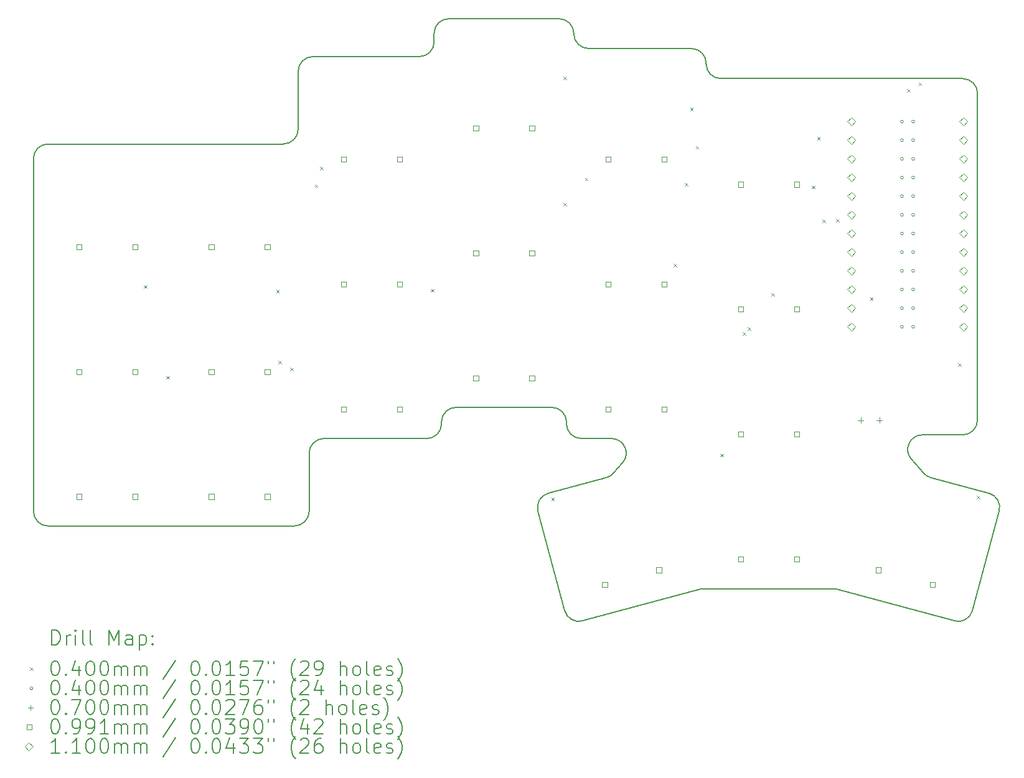
<source format=gbr>
%FSLAX45Y45*%
G04 Gerber Fmt 4.5, Leading zero omitted, Abs format (unit mm)*
G04 Created by KiCad (PCBNEW (6.0.4)) date 2022-07-03 12:25:23*
%MOMM*%
%LPD*%
G01*
G04 APERTURE LIST*
%TA.AperFunction,Profile*%
%ADD10C,0.150000*%
%TD*%
%ADD11C,0.200000*%
%ADD12C,0.040000*%
%ADD13C,0.070000*%
%ADD14C,0.099060*%
%ADD15C,0.110000*%
G04 APERTURE END LIST*
D10*
X9950000Y5400000D02*
X9950000Y5390000D01*
X4750000Y290000D02*
X6150000Y290000D01*
X9931580Y-1754125D02*
G75*
G03*
X9879816Y-1760940I0J-199995D01*
G01*
X4200000Y4300000D02*
G75*
G03*
X4400000Y4500000I0J200000D01*
G01*
X6050000Y5490000D02*
G75*
G03*
X6250000Y5690000I0J200000D01*
G01*
X13572748Y-2050993D02*
X13935095Y-698697D01*
X6250000Y5690000D02*
X6250000Y5805000D01*
X8590912Y-242803D02*
G75*
G03*
X8689097Y-181965I-51762J193183D01*
G01*
X4350000Y-900000D02*
G75*
G03*
X4550000Y-700000I0J200000D01*
G01*
X4550000Y-700000D02*
X4550000Y90000D01*
X11717517Y-1760941D02*
G75*
G03*
X11665753Y-1754126I-51767J-193189D01*
G01*
X12891370Y340000D02*
G75*
G03*
X12741288Y7806I0J-200000D01*
G01*
X8250000Y290000D02*
X8662376Y290000D01*
X13440000Y340000D02*
G75*
G03*
X13640000Y540000I0J200000D01*
G01*
X10150000Y5190000D02*
X13440000Y5190000D01*
X8150000Y5800000D02*
G75*
G03*
X8350000Y5600000I200000J0D01*
G01*
X12891370Y340000D02*
X13440000Y340000D01*
X6450000Y6005000D02*
G75*
G03*
X6250000Y5805000I0J-200000D01*
G01*
X4750000Y290000D02*
G75*
G03*
X4550000Y90000I0J-200000D01*
G01*
X6150000Y290000D02*
G75*
G03*
X6350000Y490000I0J200000D01*
G01*
X8050000Y490000D02*
G75*
G03*
X8250000Y290000I200000J0D01*
G01*
X8150000Y5805000D02*
X8150000Y5800000D01*
X6550000Y715000D02*
X7850000Y715000D01*
X4400000Y4500000D02*
X4400000Y5290000D01*
X9950000Y5400000D02*
G75*
G03*
X9750000Y5600000I-200000J0D01*
G01*
X13935091Y-698696D02*
G75*
G03*
X13793674Y-453748I-193182J51766D01*
G01*
X1000000Y4300000D02*
G75*
G03*
X800000Y4100000I0J-200000D01*
G01*
X8350000Y5600000D02*
X9750000Y5600000D01*
X7803659Y-453748D02*
X8590912Y-242804D01*
X8050000Y490000D02*
X8050000Y515000D01*
X6450000Y6005000D02*
X7950000Y6005000D01*
X8150000Y5805000D02*
G75*
G03*
X7950000Y6005000I-200000J0D01*
G01*
X8812327Y-42347D02*
G75*
G03*
X8662376Y290000I-149947J132347D01*
G01*
X1000000Y-900000D02*
X4350000Y-900000D01*
X13327798Y-2192419D02*
G75*
G03*
X13572748Y-2050993I51762J193189D01*
G01*
X4600000Y5490000D02*
X6050000Y5490000D01*
X9931580Y-1754126D02*
X11665753Y-1754126D01*
X9950000Y5390000D02*
G75*
G03*
X10150000Y5190000I200000J0D01*
G01*
X11717517Y-1760940D02*
X13327799Y-2192414D01*
X800000Y-700000D02*
G75*
G03*
X1000000Y-900000I200000J0D01*
G01*
X6350000Y515000D02*
X6350000Y490000D01*
X12908368Y-181884D02*
X12741287Y7806D01*
X8269533Y-2192414D02*
X9879816Y-1760940D01*
X8050000Y515000D02*
G75*
G03*
X7850000Y715000I-200000J0D01*
G01*
X8812325Y-42346D02*
X8689097Y-181965D01*
X7662238Y-698697D02*
X8024585Y-2050993D01*
X12908368Y-181885D02*
G75*
G03*
X13006687Y-242875I150082J132195D01*
G01*
X6550000Y715000D02*
G75*
G03*
X6350000Y515000I0J-200000D01*
G01*
X800000Y-700000D02*
X800000Y4100000D01*
X8024585Y-2050993D02*
G75*
G03*
X8269533Y-2192414I193185J51763D01*
G01*
X1000000Y4300000D02*
X4200000Y4300000D01*
X13006687Y-242875D02*
X13793674Y-453748D01*
X4600000Y5490000D02*
G75*
G03*
X4400000Y5290000I0J-200000D01*
G01*
X7803659Y-453746D02*
G75*
G03*
X7662238Y-698697I51761J-193184D01*
G01*
X13640000Y540000D02*
X13640000Y4990000D01*
X13640000Y4990000D02*
G75*
G03*
X13440000Y5190000I-200000J0D01*
G01*
D11*
D12*
X2301450Y2377700D02*
X2341450Y2337700D01*
X2341450Y2377700D02*
X2301450Y2337700D01*
X2607500Y1139690D02*
X2647500Y1099690D01*
X2647500Y1139690D02*
X2607500Y1099690D01*
X4101380Y2315000D02*
X4141380Y2275000D01*
X4141380Y2315000D02*
X4101380Y2275000D01*
X4132630Y1348200D02*
X4172630Y1308200D01*
X4172630Y1348200D02*
X4132630Y1308200D01*
X4289530Y1257660D02*
X4329530Y1217660D01*
X4329530Y1257660D02*
X4289530Y1217660D01*
X4625880Y3748820D02*
X4665880Y3708820D01*
X4665880Y3748820D02*
X4625880Y3708820D01*
X4695900Y3989410D02*
X4735900Y3949410D01*
X4735900Y3989410D02*
X4695900Y3949410D01*
X6207500Y2325200D02*
X6247500Y2285200D01*
X6247500Y2325200D02*
X6207500Y2285200D01*
X7844828Y-517265D02*
X7884828Y-557265D01*
X7884828Y-517265D02*
X7844828Y-557265D01*
X8007500Y5219300D02*
X8047500Y5179300D01*
X8047500Y5219300D02*
X8007500Y5179300D01*
X8007500Y3497500D02*
X8047500Y3457500D01*
X8047500Y3497500D02*
X8007500Y3457500D01*
X8300350Y3842440D02*
X8340350Y3802440D01*
X8340350Y3842440D02*
X8300350Y3802440D01*
X9505000Y2671890D02*
X9545000Y2631890D01*
X9545000Y2671890D02*
X9505000Y2631890D01*
X9660350Y3770000D02*
X9700350Y3730000D01*
X9700350Y3770000D02*
X9660350Y3730000D01*
X9732380Y4793660D02*
X9772380Y4753660D01*
X9772380Y4793660D02*
X9732380Y4753660D01*
X9807500Y4272730D02*
X9847500Y4232730D01*
X9847500Y4272730D02*
X9807500Y4232730D01*
X10140000Y83500D02*
X10180000Y43500D01*
X10180000Y83500D02*
X10140000Y43500D01*
X10446510Y1734810D02*
X10486510Y1694810D01*
X10486510Y1734810D02*
X10446510Y1694810D01*
X10516970Y1807340D02*
X10556970Y1767340D01*
X10556970Y1807340D02*
X10516970Y1767340D01*
X10839130Y2269720D02*
X10879130Y2229720D01*
X10879130Y2269720D02*
X10839130Y2229720D01*
X11385380Y3730940D02*
X11425380Y3690940D01*
X11425380Y3730940D02*
X11385380Y3690940D01*
X11458330Y4393140D02*
X11498330Y4353140D01*
X11498330Y4393140D02*
X11458330Y4353140D01*
X11533670Y3272090D02*
X11573670Y3232090D01*
X11573670Y3272090D02*
X11533670Y3232090D01*
X11717970Y3280520D02*
X11757970Y3240520D01*
X11757970Y3280520D02*
X11717970Y3240520D01*
X12177560Y2214000D02*
X12217560Y2174000D01*
X12217560Y2214000D02*
X12177560Y2174000D01*
X12680000Y5049990D02*
X12720000Y5009990D01*
X12720000Y5049990D02*
X12680000Y5009990D01*
X12840060Y5137250D02*
X12880060Y5097250D01*
X12880060Y5137250D02*
X12840060Y5097250D01*
X13378500Y1316640D02*
X13418500Y1276640D01*
X13418500Y1316640D02*
X13378500Y1276640D01*
X13632500Y-488000D02*
X13672500Y-528000D01*
X13672500Y-488000D02*
X13632500Y-528000D01*
X12632800Y4607000D02*
G75*
G03*
X12632800Y4607000I-20000J0D01*
G01*
X12632800Y4353000D02*
G75*
G03*
X12632800Y4353000I-20000J0D01*
G01*
X12632800Y4099000D02*
G75*
G03*
X12632800Y4099000I-20000J0D01*
G01*
X12632800Y3845000D02*
G75*
G03*
X12632800Y3845000I-20000J0D01*
G01*
X12632800Y3591000D02*
G75*
G03*
X12632800Y3591000I-20000J0D01*
G01*
X12632800Y3337000D02*
G75*
G03*
X12632800Y3337000I-20000J0D01*
G01*
X12632800Y3083000D02*
G75*
G03*
X12632800Y3083000I-20000J0D01*
G01*
X12632800Y2829000D02*
G75*
G03*
X12632800Y2829000I-20000J0D01*
G01*
X12632800Y2575000D02*
G75*
G03*
X12632800Y2575000I-20000J0D01*
G01*
X12632800Y2321000D02*
G75*
G03*
X12632800Y2321000I-20000J0D01*
G01*
X12632800Y2067000D02*
G75*
G03*
X12632800Y2067000I-20000J0D01*
G01*
X12632800Y1813000D02*
G75*
G03*
X12632800Y1813000I-20000J0D01*
G01*
X12785200Y4607000D02*
G75*
G03*
X12785200Y4607000I-20000J0D01*
G01*
X12785200Y4353000D02*
G75*
G03*
X12785200Y4353000I-20000J0D01*
G01*
X12785200Y4099000D02*
G75*
G03*
X12785200Y4099000I-20000J0D01*
G01*
X12785200Y3845000D02*
G75*
G03*
X12785200Y3845000I-20000J0D01*
G01*
X12785200Y3591000D02*
G75*
G03*
X12785200Y3591000I-20000J0D01*
G01*
X12785200Y3337000D02*
G75*
G03*
X12785200Y3337000I-20000J0D01*
G01*
X12785200Y3083000D02*
G75*
G03*
X12785200Y3083000I-20000J0D01*
G01*
X12785200Y2829000D02*
G75*
G03*
X12785200Y2829000I-20000J0D01*
G01*
X12785200Y2575000D02*
G75*
G03*
X12785200Y2575000I-20000J0D01*
G01*
X12785200Y2321000D02*
G75*
G03*
X12785200Y2321000I-20000J0D01*
G01*
X12785200Y2067000D02*
G75*
G03*
X12785200Y2067000I-20000J0D01*
G01*
X12785200Y1813000D02*
G75*
G03*
X12785200Y1813000I-20000J0D01*
G01*
D13*
X12050500Y575000D02*
X12050500Y505000D01*
X12015500Y540000D02*
X12085500Y540000D01*
X12304500Y575000D02*
X12304500Y505000D01*
X12269500Y540000D02*
X12339500Y540000D01*
D14*
X1454023Y2864977D02*
X1454023Y2935023D01*
X1383977Y2935023D01*
X1383977Y2864977D01*
X1454023Y2864977D01*
X1454023Y1164977D02*
X1454023Y1235023D01*
X1383977Y1235023D01*
X1383977Y1164977D01*
X1454023Y1164977D01*
X1454023Y-535023D02*
X1454023Y-464977D01*
X1383977Y-464977D01*
X1383977Y-535023D01*
X1454023Y-535023D01*
X2216023Y2864977D02*
X2216023Y2935023D01*
X2145977Y2935023D01*
X2145977Y2864977D01*
X2216023Y2864977D01*
X2216023Y1164977D02*
X2216023Y1235023D01*
X2145977Y1235023D01*
X2145977Y1164977D01*
X2216023Y1164977D01*
X2216023Y-535023D02*
X2216023Y-464977D01*
X2145977Y-464977D01*
X2145977Y-535023D01*
X2216023Y-535023D01*
X3254023Y2864977D02*
X3254023Y2935023D01*
X3183977Y2935023D01*
X3183977Y2864977D01*
X3254023Y2864977D01*
X3254023Y1164977D02*
X3254023Y1235023D01*
X3183977Y1235023D01*
X3183977Y1164977D01*
X3254023Y1164977D01*
X3254023Y-535023D02*
X3254023Y-464977D01*
X3183977Y-464977D01*
X3183977Y-535023D01*
X3254023Y-535023D01*
X4016023Y2864977D02*
X4016023Y2935023D01*
X3945977Y2935023D01*
X3945977Y2864977D01*
X4016023Y2864977D01*
X4016023Y1164977D02*
X4016023Y1235023D01*
X3945977Y1235023D01*
X3945977Y1164977D01*
X4016023Y1164977D01*
X4016023Y-535023D02*
X4016023Y-464977D01*
X3945977Y-464977D01*
X3945977Y-535023D01*
X4016023Y-535023D01*
X5054023Y4054977D02*
X5054023Y4125023D01*
X4983977Y4125023D01*
X4983977Y4054977D01*
X5054023Y4054977D01*
X5054023Y2354977D02*
X5054023Y2425023D01*
X4983977Y2425023D01*
X4983977Y2354977D01*
X5054023Y2354977D01*
X5054023Y654977D02*
X5054023Y725023D01*
X4983977Y725023D01*
X4983977Y654977D01*
X5054023Y654977D01*
X5816023Y4054977D02*
X5816023Y4125023D01*
X5745977Y4125023D01*
X5745977Y4054977D01*
X5816023Y4054977D01*
X5816023Y2354977D02*
X5816023Y2425023D01*
X5745977Y2425023D01*
X5745977Y2354977D01*
X5816023Y2354977D01*
X5816023Y654977D02*
X5816023Y725023D01*
X5745977Y725023D01*
X5745977Y654977D01*
X5816023Y654977D01*
X6854023Y4479977D02*
X6854023Y4550023D01*
X6783977Y4550023D01*
X6783977Y4479977D01*
X6854023Y4479977D01*
X6854023Y2779977D02*
X6854023Y2850023D01*
X6783977Y2850023D01*
X6783977Y2779977D01*
X6854023Y2779977D01*
X6854023Y1079977D02*
X6854023Y1150023D01*
X6783977Y1150023D01*
X6783977Y1079977D01*
X6854023Y1079977D01*
X7616023Y4479977D02*
X7616023Y4550023D01*
X7545977Y4550023D01*
X7545977Y4479977D01*
X7616023Y4479977D01*
X7616023Y2779977D02*
X7616023Y2850023D01*
X7545977Y2850023D01*
X7545977Y2779977D01*
X7616023Y2779977D01*
X7616023Y1079977D02*
X7616023Y1150023D01*
X7545977Y1150023D01*
X7545977Y1079977D01*
X7616023Y1079977D01*
X8605756Y-1732623D02*
X8605756Y-1662577D01*
X8535709Y-1662577D01*
X8535709Y-1732623D01*
X8605756Y-1732623D01*
X8654023Y4054977D02*
X8654023Y4125023D01*
X8583977Y4125023D01*
X8583977Y4054977D01*
X8654023Y4054977D01*
X8654023Y2354977D02*
X8654023Y2425023D01*
X8583977Y2425023D01*
X8583977Y2354977D01*
X8654023Y2354977D01*
X8654023Y654977D02*
X8654023Y725023D01*
X8583977Y725023D01*
X8583977Y654977D01*
X8654023Y654977D01*
X9341791Y-1535403D02*
X9341791Y-1465357D01*
X9271744Y-1465357D01*
X9271744Y-1535403D01*
X9341791Y-1535403D01*
X9416023Y4054977D02*
X9416023Y4125023D01*
X9345977Y4125023D01*
X9345977Y4054977D01*
X9416023Y4054977D01*
X9416023Y2354977D02*
X9416023Y2425023D01*
X9345977Y2425023D01*
X9345977Y2354977D01*
X9416023Y2354977D01*
X9416023Y654977D02*
X9416023Y725023D01*
X9345977Y725023D01*
X9345977Y654977D01*
X9416023Y654977D01*
X10452693Y-1389153D02*
X10452693Y-1319107D01*
X10382647Y-1319107D01*
X10382647Y-1389153D01*
X10452693Y-1389153D01*
X10454023Y3714977D02*
X10454023Y3785023D01*
X10383977Y3785023D01*
X10383977Y3714977D01*
X10454023Y3714977D01*
X10454023Y2014977D02*
X10454023Y2085023D01*
X10383977Y2085023D01*
X10383977Y2014977D01*
X10454023Y2014977D01*
X10454023Y314977D02*
X10454023Y385023D01*
X10383977Y385023D01*
X10383977Y314977D01*
X10454023Y314977D01*
X11214693Y-1389153D02*
X11214693Y-1319107D01*
X11144647Y-1319107D01*
X11144647Y-1389153D01*
X11214693Y-1389153D01*
X11216023Y3714977D02*
X11216023Y3785023D01*
X11145977Y3785023D01*
X11145977Y3714977D01*
X11216023Y3714977D01*
X11216023Y2014977D02*
X11216023Y2085023D01*
X11145977Y2085023D01*
X11145977Y2014977D01*
X11216023Y2014977D01*
X11216023Y314977D02*
X11216023Y385023D01*
X11145977Y385023D01*
X11145977Y314977D01*
X11216023Y314977D01*
X12325596Y-1535403D02*
X12325596Y-1465357D01*
X12255549Y-1465357D01*
X12255549Y-1535403D01*
X12325596Y-1535403D01*
X13061631Y-1732623D02*
X13061631Y-1662577D01*
X12991584Y-1662577D01*
X12991584Y-1732623D01*
X13061631Y-1732623D01*
D15*
X11927000Y4552000D02*
X11982000Y4607000D01*
X11927000Y4662000D01*
X11872000Y4607000D01*
X11927000Y4552000D01*
X11927000Y4552000D02*
X11982000Y4607000D01*
X11927000Y4662000D01*
X11872000Y4607000D01*
X11927000Y4552000D01*
X11927000Y4298000D02*
X11982000Y4353000D01*
X11927000Y4408000D01*
X11872000Y4353000D01*
X11927000Y4298000D01*
X11927000Y4044000D02*
X11982000Y4099000D01*
X11927000Y4154000D01*
X11872000Y4099000D01*
X11927000Y4044000D01*
X11927000Y3790000D02*
X11982000Y3845000D01*
X11927000Y3900000D01*
X11872000Y3845000D01*
X11927000Y3790000D01*
X11927000Y3536000D02*
X11982000Y3591000D01*
X11927000Y3646000D01*
X11872000Y3591000D01*
X11927000Y3536000D01*
X11927000Y3282000D02*
X11982000Y3337000D01*
X11927000Y3392000D01*
X11872000Y3337000D01*
X11927000Y3282000D01*
X11927000Y3028000D02*
X11982000Y3083000D01*
X11927000Y3138000D01*
X11872000Y3083000D01*
X11927000Y3028000D01*
X11927000Y2774000D02*
X11982000Y2829000D01*
X11927000Y2884000D01*
X11872000Y2829000D01*
X11927000Y2774000D01*
X11927000Y2520000D02*
X11982000Y2575000D01*
X11927000Y2630000D01*
X11872000Y2575000D01*
X11927000Y2520000D01*
X11927000Y2266000D02*
X11982000Y2321000D01*
X11927000Y2376000D01*
X11872000Y2321000D01*
X11927000Y2266000D01*
X11927000Y2012000D02*
X11982000Y2067000D01*
X11927000Y2122000D01*
X11872000Y2067000D01*
X11927000Y2012000D01*
X11927000Y1758000D02*
X11982000Y1813000D01*
X11927000Y1868000D01*
X11872000Y1813000D01*
X11927000Y1758000D01*
X13451000Y4552000D02*
X13506000Y4607000D01*
X13451000Y4662000D01*
X13396000Y4607000D01*
X13451000Y4552000D01*
X13451000Y4552000D02*
X13506000Y4607000D01*
X13451000Y4662000D01*
X13396000Y4607000D01*
X13451000Y4552000D01*
X13451000Y4298000D02*
X13506000Y4353000D01*
X13451000Y4408000D01*
X13396000Y4353000D01*
X13451000Y4298000D01*
X13451000Y4044000D02*
X13506000Y4099000D01*
X13451000Y4154000D01*
X13396000Y4099000D01*
X13451000Y4044000D01*
X13451000Y3790000D02*
X13506000Y3845000D01*
X13451000Y3900000D01*
X13396000Y3845000D01*
X13451000Y3790000D01*
X13451000Y3536000D02*
X13506000Y3591000D01*
X13451000Y3646000D01*
X13396000Y3591000D01*
X13451000Y3536000D01*
X13451000Y3282000D02*
X13506000Y3337000D01*
X13451000Y3392000D01*
X13396000Y3337000D01*
X13451000Y3282000D01*
X13451000Y3028000D02*
X13506000Y3083000D01*
X13451000Y3138000D01*
X13396000Y3083000D01*
X13451000Y3028000D01*
X13451000Y2774000D02*
X13506000Y2829000D01*
X13451000Y2884000D01*
X13396000Y2829000D01*
X13451000Y2774000D01*
X13451000Y2520000D02*
X13506000Y2575000D01*
X13451000Y2630000D01*
X13396000Y2575000D01*
X13451000Y2520000D01*
X13451000Y2266000D02*
X13506000Y2321000D01*
X13451000Y2376000D01*
X13396000Y2321000D01*
X13451000Y2266000D01*
X13451000Y2012000D02*
X13506000Y2067000D01*
X13451000Y2122000D01*
X13396000Y2067000D01*
X13451000Y2012000D01*
X13451000Y1758000D02*
X13506000Y1813000D01*
X13451000Y1868000D01*
X13396000Y1813000D01*
X13451000Y1758000D01*
D11*
X1050119Y-2517209D02*
X1050119Y-2317209D01*
X1097738Y-2317209D01*
X1126310Y-2326733D01*
X1145357Y-2345781D01*
X1154881Y-2364828D01*
X1164405Y-2402923D01*
X1164405Y-2431495D01*
X1154881Y-2469590D01*
X1145357Y-2488638D01*
X1126310Y-2507685D01*
X1097738Y-2517209D01*
X1050119Y-2517209D01*
X1250119Y-2517209D02*
X1250119Y-2383876D01*
X1250119Y-2421971D02*
X1259643Y-2402923D01*
X1269167Y-2393400D01*
X1288214Y-2383876D01*
X1307262Y-2383876D01*
X1373929Y-2517209D02*
X1373929Y-2383876D01*
X1373929Y-2317209D02*
X1364405Y-2326733D01*
X1373929Y-2336257D01*
X1383452Y-2326733D01*
X1373929Y-2317209D01*
X1373929Y-2336257D01*
X1497738Y-2517209D02*
X1478690Y-2507685D01*
X1469167Y-2488638D01*
X1469167Y-2317209D01*
X1602500Y-2517209D02*
X1583452Y-2507685D01*
X1573928Y-2488638D01*
X1573928Y-2317209D01*
X1831071Y-2517209D02*
X1831071Y-2317209D01*
X1897738Y-2460066D01*
X1964405Y-2317209D01*
X1964405Y-2517209D01*
X2145357Y-2517209D02*
X2145357Y-2412447D01*
X2135833Y-2393400D01*
X2116786Y-2383876D01*
X2078690Y-2383876D01*
X2059643Y-2393400D01*
X2145357Y-2507685D02*
X2126310Y-2517209D01*
X2078690Y-2517209D01*
X2059643Y-2507685D01*
X2050119Y-2488638D01*
X2050119Y-2469590D01*
X2059643Y-2450543D01*
X2078690Y-2441019D01*
X2126310Y-2441019D01*
X2145357Y-2431495D01*
X2240595Y-2383876D02*
X2240595Y-2583876D01*
X2240595Y-2393400D02*
X2259643Y-2383876D01*
X2297738Y-2383876D01*
X2316786Y-2393400D01*
X2326310Y-2402923D01*
X2335833Y-2421971D01*
X2335833Y-2479114D01*
X2326310Y-2498162D01*
X2316786Y-2507685D01*
X2297738Y-2517209D01*
X2259643Y-2517209D01*
X2240595Y-2507685D01*
X2421548Y-2498162D02*
X2431071Y-2507685D01*
X2421548Y-2517209D01*
X2412024Y-2507685D01*
X2421548Y-2498162D01*
X2421548Y-2517209D01*
X2421548Y-2393400D02*
X2431071Y-2402923D01*
X2421548Y-2412447D01*
X2412024Y-2402923D01*
X2421548Y-2393400D01*
X2421548Y-2412447D01*
D12*
X752500Y-2826733D02*
X792500Y-2866733D01*
X792500Y-2826733D02*
X752500Y-2866733D01*
D11*
X1088214Y-2737209D02*
X1107262Y-2737209D01*
X1126310Y-2746733D01*
X1135833Y-2756257D01*
X1145357Y-2775304D01*
X1154881Y-2813400D01*
X1154881Y-2861019D01*
X1145357Y-2899114D01*
X1135833Y-2918161D01*
X1126310Y-2927685D01*
X1107262Y-2937209D01*
X1088214Y-2937209D01*
X1069167Y-2927685D01*
X1059643Y-2918161D01*
X1050119Y-2899114D01*
X1040595Y-2861019D01*
X1040595Y-2813400D01*
X1050119Y-2775304D01*
X1059643Y-2756257D01*
X1069167Y-2746733D01*
X1088214Y-2737209D01*
X1240595Y-2918161D02*
X1250119Y-2927685D01*
X1240595Y-2937209D01*
X1231071Y-2927685D01*
X1240595Y-2918161D01*
X1240595Y-2937209D01*
X1421548Y-2803876D02*
X1421548Y-2937209D01*
X1373929Y-2727685D02*
X1326310Y-2870542D01*
X1450119Y-2870542D01*
X1564405Y-2737209D02*
X1583452Y-2737209D01*
X1602500Y-2746733D01*
X1612024Y-2756257D01*
X1621548Y-2775304D01*
X1631071Y-2813400D01*
X1631071Y-2861019D01*
X1621548Y-2899114D01*
X1612024Y-2918161D01*
X1602500Y-2927685D01*
X1583452Y-2937209D01*
X1564405Y-2937209D01*
X1545357Y-2927685D01*
X1535833Y-2918161D01*
X1526309Y-2899114D01*
X1516786Y-2861019D01*
X1516786Y-2813400D01*
X1526309Y-2775304D01*
X1535833Y-2756257D01*
X1545357Y-2746733D01*
X1564405Y-2737209D01*
X1754881Y-2737209D02*
X1773928Y-2737209D01*
X1792976Y-2746733D01*
X1802500Y-2756257D01*
X1812024Y-2775304D01*
X1821548Y-2813400D01*
X1821548Y-2861019D01*
X1812024Y-2899114D01*
X1802500Y-2918161D01*
X1792976Y-2927685D01*
X1773928Y-2937209D01*
X1754881Y-2937209D01*
X1735833Y-2927685D01*
X1726309Y-2918161D01*
X1716786Y-2899114D01*
X1707262Y-2861019D01*
X1707262Y-2813400D01*
X1716786Y-2775304D01*
X1726309Y-2756257D01*
X1735833Y-2746733D01*
X1754881Y-2737209D01*
X1907262Y-2937209D02*
X1907262Y-2803876D01*
X1907262Y-2822923D02*
X1916786Y-2813400D01*
X1935833Y-2803876D01*
X1964405Y-2803876D01*
X1983452Y-2813400D01*
X1992976Y-2832447D01*
X1992976Y-2937209D01*
X1992976Y-2832447D02*
X2002500Y-2813400D01*
X2021548Y-2803876D01*
X2050119Y-2803876D01*
X2069167Y-2813400D01*
X2078690Y-2832447D01*
X2078690Y-2937209D01*
X2173929Y-2937209D02*
X2173929Y-2803876D01*
X2173929Y-2822923D02*
X2183452Y-2813400D01*
X2202500Y-2803876D01*
X2231071Y-2803876D01*
X2250119Y-2813400D01*
X2259643Y-2832447D01*
X2259643Y-2937209D01*
X2259643Y-2832447D02*
X2269167Y-2813400D01*
X2288214Y-2803876D01*
X2316786Y-2803876D01*
X2335833Y-2813400D01*
X2345357Y-2832447D01*
X2345357Y-2937209D01*
X2735833Y-2727685D02*
X2564405Y-2984828D01*
X2992976Y-2737209D02*
X3012024Y-2737209D01*
X3031071Y-2746733D01*
X3040595Y-2756257D01*
X3050119Y-2775304D01*
X3059643Y-2813400D01*
X3059643Y-2861019D01*
X3050119Y-2899114D01*
X3040595Y-2918161D01*
X3031071Y-2927685D01*
X3012024Y-2937209D01*
X2992976Y-2937209D01*
X2973928Y-2927685D01*
X2964405Y-2918161D01*
X2954881Y-2899114D01*
X2945357Y-2861019D01*
X2945357Y-2813400D01*
X2954881Y-2775304D01*
X2964405Y-2756257D01*
X2973928Y-2746733D01*
X2992976Y-2737209D01*
X3145357Y-2918161D02*
X3154881Y-2927685D01*
X3145357Y-2937209D01*
X3135833Y-2927685D01*
X3145357Y-2918161D01*
X3145357Y-2937209D01*
X3278690Y-2737209D02*
X3297738Y-2737209D01*
X3316786Y-2746733D01*
X3326309Y-2756257D01*
X3335833Y-2775304D01*
X3345357Y-2813400D01*
X3345357Y-2861019D01*
X3335833Y-2899114D01*
X3326309Y-2918161D01*
X3316786Y-2927685D01*
X3297738Y-2937209D01*
X3278690Y-2937209D01*
X3259643Y-2927685D01*
X3250119Y-2918161D01*
X3240595Y-2899114D01*
X3231071Y-2861019D01*
X3231071Y-2813400D01*
X3240595Y-2775304D01*
X3250119Y-2756257D01*
X3259643Y-2746733D01*
X3278690Y-2737209D01*
X3535833Y-2937209D02*
X3421548Y-2937209D01*
X3478690Y-2937209D02*
X3478690Y-2737209D01*
X3459643Y-2765781D01*
X3440595Y-2784828D01*
X3421548Y-2794352D01*
X3716786Y-2737209D02*
X3621548Y-2737209D01*
X3612024Y-2832447D01*
X3621548Y-2822923D01*
X3640595Y-2813400D01*
X3688214Y-2813400D01*
X3707262Y-2822923D01*
X3716786Y-2832447D01*
X3726309Y-2851495D01*
X3726309Y-2899114D01*
X3716786Y-2918161D01*
X3707262Y-2927685D01*
X3688214Y-2937209D01*
X3640595Y-2937209D01*
X3621548Y-2927685D01*
X3612024Y-2918161D01*
X3792976Y-2737209D02*
X3926309Y-2737209D01*
X3840595Y-2937209D01*
X3992976Y-2737209D02*
X3992976Y-2775304D01*
X4069167Y-2737209D02*
X4069167Y-2775304D01*
X4364405Y-3013400D02*
X4354881Y-3003876D01*
X4335833Y-2975304D01*
X4326310Y-2956257D01*
X4316786Y-2927685D01*
X4307262Y-2880066D01*
X4307262Y-2841971D01*
X4316786Y-2794352D01*
X4326310Y-2765781D01*
X4335833Y-2746733D01*
X4354881Y-2718162D01*
X4364405Y-2708638D01*
X4431071Y-2756257D02*
X4440595Y-2746733D01*
X4459643Y-2737209D01*
X4507262Y-2737209D01*
X4526310Y-2746733D01*
X4535833Y-2756257D01*
X4545357Y-2775304D01*
X4545357Y-2794352D01*
X4535833Y-2822923D01*
X4421548Y-2937209D01*
X4545357Y-2937209D01*
X4640595Y-2937209D02*
X4678690Y-2937209D01*
X4697738Y-2927685D01*
X4707262Y-2918161D01*
X4726310Y-2889590D01*
X4735833Y-2851495D01*
X4735833Y-2775304D01*
X4726310Y-2756257D01*
X4716786Y-2746733D01*
X4697738Y-2737209D01*
X4659643Y-2737209D01*
X4640595Y-2746733D01*
X4631071Y-2756257D01*
X4621548Y-2775304D01*
X4621548Y-2822923D01*
X4631071Y-2841971D01*
X4640595Y-2851495D01*
X4659643Y-2861019D01*
X4697738Y-2861019D01*
X4716786Y-2851495D01*
X4726310Y-2841971D01*
X4735833Y-2822923D01*
X4973929Y-2937209D02*
X4973929Y-2737209D01*
X5059643Y-2937209D02*
X5059643Y-2832447D01*
X5050119Y-2813400D01*
X5031071Y-2803876D01*
X5002500Y-2803876D01*
X4983452Y-2813400D01*
X4973929Y-2822923D01*
X5183452Y-2937209D02*
X5164405Y-2927685D01*
X5154881Y-2918161D01*
X5145357Y-2899114D01*
X5145357Y-2841971D01*
X5154881Y-2822923D01*
X5164405Y-2813400D01*
X5183452Y-2803876D01*
X5212024Y-2803876D01*
X5231071Y-2813400D01*
X5240595Y-2822923D01*
X5250119Y-2841971D01*
X5250119Y-2899114D01*
X5240595Y-2918161D01*
X5231071Y-2927685D01*
X5212024Y-2937209D01*
X5183452Y-2937209D01*
X5364405Y-2937209D02*
X5345357Y-2927685D01*
X5335833Y-2908638D01*
X5335833Y-2737209D01*
X5516786Y-2927685D02*
X5497738Y-2937209D01*
X5459643Y-2937209D01*
X5440595Y-2927685D01*
X5431071Y-2908638D01*
X5431071Y-2832447D01*
X5440595Y-2813400D01*
X5459643Y-2803876D01*
X5497738Y-2803876D01*
X5516786Y-2813400D01*
X5526310Y-2832447D01*
X5526310Y-2851495D01*
X5431071Y-2870542D01*
X5602500Y-2927685D02*
X5621548Y-2937209D01*
X5659643Y-2937209D01*
X5678690Y-2927685D01*
X5688214Y-2908638D01*
X5688214Y-2899114D01*
X5678690Y-2880066D01*
X5659643Y-2870542D01*
X5631071Y-2870542D01*
X5612024Y-2861019D01*
X5602500Y-2841971D01*
X5602500Y-2832447D01*
X5612024Y-2813400D01*
X5631071Y-2803876D01*
X5659643Y-2803876D01*
X5678690Y-2813400D01*
X5754881Y-3013400D02*
X5764405Y-3003876D01*
X5783452Y-2975304D01*
X5792976Y-2956257D01*
X5802500Y-2927685D01*
X5812024Y-2880066D01*
X5812024Y-2841971D01*
X5802500Y-2794352D01*
X5792976Y-2765781D01*
X5783452Y-2746733D01*
X5764405Y-2718162D01*
X5754881Y-2708638D01*
D12*
X792500Y-3110733D02*
G75*
G03*
X792500Y-3110733I-20000J0D01*
G01*
D11*
X1088214Y-3001209D02*
X1107262Y-3001209D01*
X1126310Y-3010733D01*
X1135833Y-3020257D01*
X1145357Y-3039304D01*
X1154881Y-3077400D01*
X1154881Y-3125019D01*
X1145357Y-3163114D01*
X1135833Y-3182161D01*
X1126310Y-3191685D01*
X1107262Y-3201209D01*
X1088214Y-3201209D01*
X1069167Y-3191685D01*
X1059643Y-3182161D01*
X1050119Y-3163114D01*
X1040595Y-3125019D01*
X1040595Y-3077400D01*
X1050119Y-3039304D01*
X1059643Y-3020257D01*
X1069167Y-3010733D01*
X1088214Y-3001209D01*
X1240595Y-3182161D02*
X1250119Y-3191685D01*
X1240595Y-3201209D01*
X1231071Y-3191685D01*
X1240595Y-3182161D01*
X1240595Y-3201209D01*
X1421548Y-3067876D02*
X1421548Y-3201209D01*
X1373929Y-2991685D02*
X1326310Y-3134542D01*
X1450119Y-3134542D01*
X1564405Y-3001209D02*
X1583452Y-3001209D01*
X1602500Y-3010733D01*
X1612024Y-3020257D01*
X1621548Y-3039304D01*
X1631071Y-3077400D01*
X1631071Y-3125019D01*
X1621548Y-3163114D01*
X1612024Y-3182161D01*
X1602500Y-3191685D01*
X1583452Y-3201209D01*
X1564405Y-3201209D01*
X1545357Y-3191685D01*
X1535833Y-3182161D01*
X1526309Y-3163114D01*
X1516786Y-3125019D01*
X1516786Y-3077400D01*
X1526309Y-3039304D01*
X1535833Y-3020257D01*
X1545357Y-3010733D01*
X1564405Y-3001209D01*
X1754881Y-3001209D02*
X1773928Y-3001209D01*
X1792976Y-3010733D01*
X1802500Y-3020257D01*
X1812024Y-3039304D01*
X1821548Y-3077400D01*
X1821548Y-3125019D01*
X1812024Y-3163114D01*
X1802500Y-3182161D01*
X1792976Y-3191685D01*
X1773928Y-3201209D01*
X1754881Y-3201209D01*
X1735833Y-3191685D01*
X1726309Y-3182161D01*
X1716786Y-3163114D01*
X1707262Y-3125019D01*
X1707262Y-3077400D01*
X1716786Y-3039304D01*
X1726309Y-3020257D01*
X1735833Y-3010733D01*
X1754881Y-3001209D01*
X1907262Y-3201209D02*
X1907262Y-3067876D01*
X1907262Y-3086923D02*
X1916786Y-3077400D01*
X1935833Y-3067876D01*
X1964405Y-3067876D01*
X1983452Y-3077400D01*
X1992976Y-3096447D01*
X1992976Y-3201209D01*
X1992976Y-3096447D02*
X2002500Y-3077400D01*
X2021548Y-3067876D01*
X2050119Y-3067876D01*
X2069167Y-3077400D01*
X2078690Y-3096447D01*
X2078690Y-3201209D01*
X2173929Y-3201209D02*
X2173929Y-3067876D01*
X2173929Y-3086923D02*
X2183452Y-3077400D01*
X2202500Y-3067876D01*
X2231071Y-3067876D01*
X2250119Y-3077400D01*
X2259643Y-3096447D01*
X2259643Y-3201209D01*
X2259643Y-3096447D02*
X2269167Y-3077400D01*
X2288214Y-3067876D01*
X2316786Y-3067876D01*
X2335833Y-3077400D01*
X2345357Y-3096447D01*
X2345357Y-3201209D01*
X2735833Y-2991685D02*
X2564405Y-3248828D01*
X2992976Y-3001209D02*
X3012024Y-3001209D01*
X3031071Y-3010733D01*
X3040595Y-3020257D01*
X3050119Y-3039304D01*
X3059643Y-3077400D01*
X3059643Y-3125019D01*
X3050119Y-3163114D01*
X3040595Y-3182161D01*
X3031071Y-3191685D01*
X3012024Y-3201209D01*
X2992976Y-3201209D01*
X2973928Y-3191685D01*
X2964405Y-3182161D01*
X2954881Y-3163114D01*
X2945357Y-3125019D01*
X2945357Y-3077400D01*
X2954881Y-3039304D01*
X2964405Y-3020257D01*
X2973928Y-3010733D01*
X2992976Y-3001209D01*
X3145357Y-3182161D02*
X3154881Y-3191685D01*
X3145357Y-3201209D01*
X3135833Y-3191685D01*
X3145357Y-3182161D01*
X3145357Y-3201209D01*
X3278690Y-3001209D02*
X3297738Y-3001209D01*
X3316786Y-3010733D01*
X3326309Y-3020257D01*
X3335833Y-3039304D01*
X3345357Y-3077400D01*
X3345357Y-3125019D01*
X3335833Y-3163114D01*
X3326309Y-3182161D01*
X3316786Y-3191685D01*
X3297738Y-3201209D01*
X3278690Y-3201209D01*
X3259643Y-3191685D01*
X3250119Y-3182161D01*
X3240595Y-3163114D01*
X3231071Y-3125019D01*
X3231071Y-3077400D01*
X3240595Y-3039304D01*
X3250119Y-3020257D01*
X3259643Y-3010733D01*
X3278690Y-3001209D01*
X3535833Y-3201209D02*
X3421548Y-3201209D01*
X3478690Y-3201209D02*
X3478690Y-3001209D01*
X3459643Y-3029781D01*
X3440595Y-3048828D01*
X3421548Y-3058352D01*
X3716786Y-3001209D02*
X3621548Y-3001209D01*
X3612024Y-3096447D01*
X3621548Y-3086923D01*
X3640595Y-3077400D01*
X3688214Y-3077400D01*
X3707262Y-3086923D01*
X3716786Y-3096447D01*
X3726309Y-3115495D01*
X3726309Y-3163114D01*
X3716786Y-3182161D01*
X3707262Y-3191685D01*
X3688214Y-3201209D01*
X3640595Y-3201209D01*
X3621548Y-3191685D01*
X3612024Y-3182161D01*
X3792976Y-3001209D02*
X3926309Y-3001209D01*
X3840595Y-3201209D01*
X3992976Y-3001209D02*
X3992976Y-3039304D01*
X4069167Y-3001209D02*
X4069167Y-3039304D01*
X4364405Y-3277400D02*
X4354881Y-3267876D01*
X4335833Y-3239304D01*
X4326310Y-3220257D01*
X4316786Y-3191685D01*
X4307262Y-3144066D01*
X4307262Y-3105971D01*
X4316786Y-3058352D01*
X4326310Y-3029781D01*
X4335833Y-3010733D01*
X4354881Y-2982161D01*
X4364405Y-2972638D01*
X4431071Y-3020257D02*
X4440595Y-3010733D01*
X4459643Y-3001209D01*
X4507262Y-3001209D01*
X4526310Y-3010733D01*
X4535833Y-3020257D01*
X4545357Y-3039304D01*
X4545357Y-3058352D01*
X4535833Y-3086923D01*
X4421548Y-3201209D01*
X4545357Y-3201209D01*
X4716786Y-3067876D02*
X4716786Y-3201209D01*
X4669167Y-2991685D02*
X4621548Y-3134542D01*
X4745357Y-3134542D01*
X4973929Y-3201209D02*
X4973929Y-3001209D01*
X5059643Y-3201209D02*
X5059643Y-3096447D01*
X5050119Y-3077400D01*
X5031071Y-3067876D01*
X5002500Y-3067876D01*
X4983452Y-3077400D01*
X4973929Y-3086923D01*
X5183452Y-3201209D02*
X5164405Y-3191685D01*
X5154881Y-3182161D01*
X5145357Y-3163114D01*
X5145357Y-3105971D01*
X5154881Y-3086923D01*
X5164405Y-3077400D01*
X5183452Y-3067876D01*
X5212024Y-3067876D01*
X5231071Y-3077400D01*
X5240595Y-3086923D01*
X5250119Y-3105971D01*
X5250119Y-3163114D01*
X5240595Y-3182161D01*
X5231071Y-3191685D01*
X5212024Y-3201209D01*
X5183452Y-3201209D01*
X5364405Y-3201209D02*
X5345357Y-3191685D01*
X5335833Y-3172638D01*
X5335833Y-3001209D01*
X5516786Y-3191685D02*
X5497738Y-3201209D01*
X5459643Y-3201209D01*
X5440595Y-3191685D01*
X5431071Y-3172638D01*
X5431071Y-3096447D01*
X5440595Y-3077400D01*
X5459643Y-3067876D01*
X5497738Y-3067876D01*
X5516786Y-3077400D01*
X5526310Y-3096447D01*
X5526310Y-3115495D01*
X5431071Y-3134542D01*
X5602500Y-3191685D02*
X5621548Y-3201209D01*
X5659643Y-3201209D01*
X5678690Y-3191685D01*
X5688214Y-3172638D01*
X5688214Y-3163114D01*
X5678690Y-3144066D01*
X5659643Y-3134542D01*
X5631071Y-3134542D01*
X5612024Y-3125019D01*
X5602500Y-3105971D01*
X5602500Y-3096447D01*
X5612024Y-3077400D01*
X5631071Y-3067876D01*
X5659643Y-3067876D01*
X5678690Y-3077400D01*
X5754881Y-3277400D02*
X5764405Y-3267876D01*
X5783452Y-3239304D01*
X5792976Y-3220257D01*
X5802500Y-3191685D01*
X5812024Y-3144066D01*
X5812024Y-3105971D01*
X5802500Y-3058352D01*
X5792976Y-3029781D01*
X5783452Y-3010733D01*
X5764405Y-2982161D01*
X5754881Y-2972638D01*
D13*
X757500Y-3339733D02*
X757500Y-3409733D01*
X722500Y-3374733D02*
X792500Y-3374733D01*
D11*
X1088214Y-3265209D02*
X1107262Y-3265209D01*
X1126310Y-3274733D01*
X1135833Y-3284257D01*
X1145357Y-3303304D01*
X1154881Y-3341400D01*
X1154881Y-3389019D01*
X1145357Y-3427114D01*
X1135833Y-3446161D01*
X1126310Y-3455685D01*
X1107262Y-3465209D01*
X1088214Y-3465209D01*
X1069167Y-3455685D01*
X1059643Y-3446161D01*
X1050119Y-3427114D01*
X1040595Y-3389019D01*
X1040595Y-3341400D01*
X1050119Y-3303304D01*
X1059643Y-3284257D01*
X1069167Y-3274733D01*
X1088214Y-3265209D01*
X1240595Y-3446161D02*
X1250119Y-3455685D01*
X1240595Y-3465209D01*
X1231071Y-3455685D01*
X1240595Y-3446161D01*
X1240595Y-3465209D01*
X1316786Y-3265209D02*
X1450119Y-3265209D01*
X1364405Y-3465209D01*
X1564405Y-3265209D02*
X1583452Y-3265209D01*
X1602500Y-3274733D01*
X1612024Y-3284257D01*
X1621548Y-3303304D01*
X1631071Y-3341400D01*
X1631071Y-3389019D01*
X1621548Y-3427114D01*
X1612024Y-3446161D01*
X1602500Y-3455685D01*
X1583452Y-3465209D01*
X1564405Y-3465209D01*
X1545357Y-3455685D01*
X1535833Y-3446161D01*
X1526309Y-3427114D01*
X1516786Y-3389019D01*
X1516786Y-3341400D01*
X1526309Y-3303304D01*
X1535833Y-3284257D01*
X1545357Y-3274733D01*
X1564405Y-3265209D01*
X1754881Y-3265209D02*
X1773928Y-3265209D01*
X1792976Y-3274733D01*
X1802500Y-3284257D01*
X1812024Y-3303304D01*
X1821548Y-3341400D01*
X1821548Y-3389019D01*
X1812024Y-3427114D01*
X1802500Y-3446161D01*
X1792976Y-3455685D01*
X1773928Y-3465209D01*
X1754881Y-3465209D01*
X1735833Y-3455685D01*
X1726309Y-3446161D01*
X1716786Y-3427114D01*
X1707262Y-3389019D01*
X1707262Y-3341400D01*
X1716786Y-3303304D01*
X1726309Y-3284257D01*
X1735833Y-3274733D01*
X1754881Y-3265209D01*
X1907262Y-3465209D02*
X1907262Y-3331876D01*
X1907262Y-3350923D02*
X1916786Y-3341400D01*
X1935833Y-3331876D01*
X1964405Y-3331876D01*
X1983452Y-3341400D01*
X1992976Y-3360447D01*
X1992976Y-3465209D01*
X1992976Y-3360447D02*
X2002500Y-3341400D01*
X2021548Y-3331876D01*
X2050119Y-3331876D01*
X2069167Y-3341400D01*
X2078690Y-3360447D01*
X2078690Y-3465209D01*
X2173929Y-3465209D02*
X2173929Y-3331876D01*
X2173929Y-3350923D02*
X2183452Y-3341400D01*
X2202500Y-3331876D01*
X2231071Y-3331876D01*
X2250119Y-3341400D01*
X2259643Y-3360447D01*
X2259643Y-3465209D01*
X2259643Y-3360447D02*
X2269167Y-3341400D01*
X2288214Y-3331876D01*
X2316786Y-3331876D01*
X2335833Y-3341400D01*
X2345357Y-3360447D01*
X2345357Y-3465209D01*
X2735833Y-3255685D02*
X2564405Y-3512828D01*
X2992976Y-3265209D02*
X3012024Y-3265209D01*
X3031071Y-3274733D01*
X3040595Y-3284257D01*
X3050119Y-3303304D01*
X3059643Y-3341400D01*
X3059643Y-3389019D01*
X3050119Y-3427114D01*
X3040595Y-3446161D01*
X3031071Y-3455685D01*
X3012024Y-3465209D01*
X2992976Y-3465209D01*
X2973928Y-3455685D01*
X2964405Y-3446161D01*
X2954881Y-3427114D01*
X2945357Y-3389019D01*
X2945357Y-3341400D01*
X2954881Y-3303304D01*
X2964405Y-3284257D01*
X2973928Y-3274733D01*
X2992976Y-3265209D01*
X3145357Y-3446161D02*
X3154881Y-3455685D01*
X3145357Y-3465209D01*
X3135833Y-3455685D01*
X3145357Y-3446161D01*
X3145357Y-3465209D01*
X3278690Y-3265209D02*
X3297738Y-3265209D01*
X3316786Y-3274733D01*
X3326309Y-3284257D01*
X3335833Y-3303304D01*
X3345357Y-3341400D01*
X3345357Y-3389019D01*
X3335833Y-3427114D01*
X3326309Y-3446161D01*
X3316786Y-3455685D01*
X3297738Y-3465209D01*
X3278690Y-3465209D01*
X3259643Y-3455685D01*
X3250119Y-3446161D01*
X3240595Y-3427114D01*
X3231071Y-3389019D01*
X3231071Y-3341400D01*
X3240595Y-3303304D01*
X3250119Y-3284257D01*
X3259643Y-3274733D01*
X3278690Y-3265209D01*
X3421548Y-3284257D02*
X3431071Y-3274733D01*
X3450119Y-3265209D01*
X3497738Y-3265209D01*
X3516786Y-3274733D01*
X3526309Y-3284257D01*
X3535833Y-3303304D01*
X3535833Y-3322352D01*
X3526309Y-3350923D01*
X3412024Y-3465209D01*
X3535833Y-3465209D01*
X3602500Y-3265209D02*
X3735833Y-3265209D01*
X3650119Y-3465209D01*
X3897738Y-3265209D02*
X3859643Y-3265209D01*
X3840595Y-3274733D01*
X3831071Y-3284257D01*
X3812024Y-3312828D01*
X3802500Y-3350923D01*
X3802500Y-3427114D01*
X3812024Y-3446161D01*
X3821548Y-3455685D01*
X3840595Y-3465209D01*
X3878690Y-3465209D01*
X3897738Y-3455685D01*
X3907262Y-3446161D01*
X3916786Y-3427114D01*
X3916786Y-3379495D01*
X3907262Y-3360447D01*
X3897738Y-3350923D01*
X3878690Y-3341400D01*
X3840595Y-3341400D01*
X3821548Y-3350923D01*
X3812024Y-3360447D01*
X3802500Y-3379495D01*
X3992976Y-3265209D02*
X3992976Y-3303304D01*
X4069167Y-3265209D02*
X4069167Y-3303304D01*
X4364405Y-3541400D02*
X4354881Y-3531876D01*
X4335833Y-3503304D01*
X4326310Y-3484257D01*
X4316786Y-3455685D01*
X4307262Y-3408066D01*
X4307262Y-3369971D01*
X4316786Y-3322352D01*
X4326310Y-3293781D01*
X4335833Y-3274733D01*
X4354881Y-3246161D01*
X4364405Y-3236638D01*
X4431071Y-3284257D02*
X4440595Y-3274733D01*
X4459643Y-3265209D01*
X4507262Y-3265209D01*
X4526310Y-3274733D01*
X4535833Y-3284257D01*
X4545357Y-3303304D01*
X4545357Y-3322352D01*
X4535833Y-3350923D01*
X4421548Y-3465209D01*
X4545357Y-3465209D01*
X4783452Y-3465209D02*
X4783452Y-3265209D01*
X4869167Y-3465209D02*
X4869167Y-3360447D01*
X4859643Y-3341400D01*
X4840595Y-3331876D01*
X4812024Y-3331876D01*
X4792976Y-3341400D01*
X4783452Y-3350923D01*
X4992976Y-3465209D02*
X4973929Y-3455685D01*
X4964405Y-3446161D01*
X4954881Y-3427114D01*
X4954881Y-3369971D01*
X4964405Y-3350923D01*
X4973929Y-3341400D01*
X4992976Y-3331876D01*
X5021548Y-3331876D01*
X5040595Y-3341400D01*
X5050119Y-3350923D01*
X5059643Y-3369971D01*
X5059643Y-3427114D01*
X5050119Y-3446161D01*
X5040595Y-3455685D01*
X5021548Y-3465209D01*
X4992976Y-3465209D01*
X5173929Y-3465209D02*
X5154881Y-3455685D01*
X5145357Y-3436638D01*
X5145357Y-3265209D01*
X5326310Y-3455685D02*
X5307262Y-3465209D01*
X5269167Y-3465209D01*
X5250119Y-3455685D01*
X5240595Y-3436638D01*
X5240595Y-3360447D01*
X5250119Y-3341400D01*
X5269167Y-3331876D01*
X5307262Y-3331876D01*
X5326310Y-3341400D01*
X5335833Y-3360447D01*
X5335833Y-3379495D01*
X5240595Y-3398542D01*
X5412024Y-3455685D02*
X5431071Y-3465209D01*
X5469167Y-3465209D01*
X5488214Y-3455685D01*
X5497738Y-3436638D01*
X5497738Y-3427114D01*
X5488214Y-3408066D01*
X5469167Y-3398542D01*
X5440595Y-3398542D01*
X5421548Y-3389019D01*
X5412024Y-3369971D01*
X5412024Y-3360447D01*
X5421548Y-3341400D01*
X5440595Y-3331876D01*
X5469167Y-3331876D01*
X5488214Y-3341400D01*
X5564405Y-3541400D02*
X5573929Y-3531876D01*
X5592976Y-3503304D01*
X5602500Y-3484257D01*
X5612024Y-3455685D01*
X5621548Y-3408066D01*
X5621548Y-3369971D01*
X5612024Y-3322352D01*
X5602500Y-3293781D01*
X5592976Y-3274733D01*
X5573929Y-3246161D01*
X5564405Y-3236638D01*
D14*
X777993Y-3673756D02*
X777993Y-3603710D01*
X707947Y-3603710D01*
X707947Y-3673756D01*
X777993Y-3673756D01*
D11*
X1088214Y-3529209D02*
X1107262Y-3529209D01*
X1126310Y-3538733D01*
X1135833Y-3548257D01*
X1145357Y-3567304D01*
X1154881Y-3605400D01*
X1154881Y-3653019D01*
X1145357Y-3691114D01*
X1135833Y-3710161D01*
X1126310Y-3719685D01*
X1107262Y-3729209D01*
X1088214Y-3729209D01*
X1069167Y-3719685D01*
X1059643Y-3710161D01*
X1050119Y-3691114D01*
X1040595Y-3653019D01*
X1040595Y-3605400D01*
X1050119Y-3567304D01*
X1059643Y-3548257D01*
X1069167Y-3538733D01*
X1088214Y-3529209D01*
X1240595Y-3710161D02*
X1250119Y-3719685D01*
X1240595Y-3729209D01*
X1231071Y-3719685D01*
X1240595Y-3710161D01*
X1240595Y-3729209D01*
X1345357Y-3729209D02*
X1383452Y-3729209D01*
X1402500Y-3719685D01*
X1412024Y-3710161D01*
X1431071Y-3681590D01*
X1440595Y-3643495D01*
X1440595Y-3567304D01*
X1431071Y-3548257D01*
X1421548Y-3538733D01*
X1402500Y-3529209D01*
X1364405Y-3529209D01*
X1345357Y-3538733D01*
X1335833Y-3548257D01*
X1326310Y-3567304D01*
X1326310Y-3614923D01*
X1335833Y-3633971D01*
X1345357Y-3643495D01*
X1364405Y-3653019D01*
X1402500Y-3653019D01*
X1421548Y-3643495D01*
X1431071Y-3633971D01*
X1440595Y-3614923D01*
X1535833Y-3729209D02*
X1573928Y-3729209D01*
X1592976Y-3719685D01*
X1602500Y-3710161D01*
X1621548Y-3681590D01*
X1631071Y-3643495D01*
X1631071Y-3567304D01*
X1621548Y-3548257D01*
X1612024Y-3538733D01*
X1592976Y-3529209D01*
X1554881Y-3529209D01*
X1535833Y-3538733D01*
X1526309Y-3548257D01*
X1516786Y-3567304D01*
X1516786Y-3614923D01*
X1526309Y-3633971D01*
X1535833Y-3643495D01*
X1554881Y-3653019D01*
X1592976Y-3653019D01*
X1612024Y-3643495D01*
X1621548Y-3633971D01*
X1631071Y-3614923D01*
X1821548Y-3729209D02*
X1707262Y-3729209D01*
X1764405Y-3729209D02*
X1764405Y-3529209D01*
X1745357Y-3557781D01*
X1726309Y-3576828D01*
X1707262Y-3586352D01*
X1907262Y-3729209D02*
X1907262Y-3595876D01*
X1907262Y-3614923D02*
X1916786Y-3605400D01*
X1935833Y-3595876D01*
X1964405Y-3595876D01*
X1983452Y-3605400D01*
X1992976Y-3624447D01*
X1992976Y-3729209D01*
X1992976Y-3624447D02*
X2002500Y-3605400D01*
X2021548Y-3595876D01*
X2050119Y-3595876D01*
X2069167Y-3605400D01*
X2078690Y-3624447D01*
X2078690Y-3729209D01*
X2173929Y-3729209D02*
X2173929Y-3595876D01*
X2173929Y-3614923D02*
X2183452Y-3605400D01*
X2202500Y-3595876D01*
X2231071Y-3595876D01*
X2250119Y-3605400D01*
X2259643Y-3624447D01*
X2259643Y-3729209D01*
X2259643Y-3624447D02*
X2269167Y-3605400D01*
X2288214Y-3595876D01*
X2316786Y-3595876D01*
X2335833Y-3605400D01*
X2345357Y-3624447D01*
X2345357Y-3729209D01*
X2735833Y-3519685D02*
X2564405Y-3776828D01*
X2992976Y-3529209D02*
X3012024Y-3529209D01*
X3031071Y-3538733D01*
X3040595Y-3548257D01*
X3050119Y-3567304D01*
X3059643Y-3605400D01*
X3059643Y-3653019D01*
X3050119Y-3691114D01*
X3040595Y-3710161D01*
X3031071Y-3719685D01*
X3012024Y-3729209D01*
X2992976Y-3729209D01*
X2973928Y-3719685D01*
X2964405Y-3710161D01*
X2954881Y-3691114D01*
X2945357Y-3653019D01*
X2945357Y-3605400D01*
X2954881Y-3567304D01*
X2964405Y-3548257D01*
X2973928Y-3538733D01*
X2992976Y-3529209D01*
X3145357Y-3710161D02*
X3154881Y-3719685D01*
X3145357Y-3729209D01*
X3135833Y-3719685D01*
X3145357Y-3710161D01*
X3145357Y-3729209D01*
X3278690Y-3529209D02*
X3297738Y-3529209D01*
X3316786Y-3538733D01*
X3326309Y-3548257D01*
X3335833Y-3567304D01*
X3345357Y-3605400D01*
X3345357Y-3653019D01*
X3335833Y-3691114D01*
X3326309Y-3710161D01*
X3316786Y-3719685D01*
X3297738Y-3729209D01*
X3278690Y-3729209D01*
X3259643Y-3719685D01*
X3250119Y-3710161D01*
X3240595Y-3691114D01*
X3231071Y-3653019D01*
X3231071Y-3605400D01*
X3240595Y-3567304D01*
X3250119Y-3548257D01*
X3259643Y-3538733D01*
X3278690Y-3529209D01*
X3412024Y-3529209D02*
X3535833Y-3529209D01*
X3469167Y-3605400D01*
X3497738Y-3605400D01*
X3516786Y-3614923D01*
X3526309Y-3624447D01*
X3535833Y-3643495D01*
X3535833Y-3691114D01*
X3526309Y-3710161D01*
X3516786Y-3719685D01*
X3497738Y-3729209D01*
X3440595Y-3729209D01*
X3421548Y-3719685D01*
X3412024Y-3710161D01*
X3631071Y-3729209D02*
X3669167Y-3729209D01*
X3688214Y-3719685D01*
X3697738Y-3710161D01*
X3716786Y-3681590D01*
X3726309Y-3643495D01*
X3726309Y-3567304D01*
X3716786Y-3548257D01*
X3707262Y-3538733D01*
X3688214Y-3529209D01*
X3650119Y-3529209D01*
X3631071Y-3538733D01*
X3621548Y-3548257D01*
X3612024Y-3567304D01*
X3612024Y-3614923D01*
X3621548Y-3633971D01*
X3631071Y-3643495D01*
X3650119Y-3653019D01*
X3688214Y-3653019D01*
X3707262Y-3643495D01*
X3716786Y-3633971D01*
X3726309Y-3614923D01*
X3850119Y-3529209D02*
X3869167Y-3529209D01*
X3888214Y-3538733D01*
X3897738Y-3548257D01*
X3907262Y-3567304D01*
X3916786Y-3605400D01*
X3916786Y-3653019D01*
X3907262Y-3691114D01*
X3897738Y-3710161D01*
X3888214Y-3719685D01*
X3869167Y-3729209D01*
X3850119Y-3729209D01*
X3831071Y-3719685D01*
X3821548Y-3710161D01*
X3812024Y-3691114D01*
X3802500Y-3653019D01*
X3802500Y-3605400D01*
X3812024Y-3567304D01*
X3821548Y-3548257D01*
X3831071Y-3538733D01*
X3850119Y-3529209D01*
X3992976Y-3529209D02*
X3992976Y-3567304D01*
X4069167Y-3529209D02*
X4069167Y-3567304D01*
X4364405Y-3805400D02*
X4354881Y-3795876D01*
X4335833Y-3767304D01*
X4326310Y-3748257D01*
X4316786Y-3719685D01*
X4307262Y-3672066D01*
X4307262Y-3633971D01*
X4316786Y-3586352D01*
X4326310Y-3557781D01*
X4335833Y-3538733D01*
X4354881Y-3510161D01*
X4364405Y-3500638D01*
X4526310Y-3595876D02*
X4526310Y-3729209D01*
X4478690Y-3519685D02*
X4431071Y-3662542D01*
X4554881Y-3662542D01*
X4621548Y-3548257D02*
X4631071Y-3538733D01*
X4650119Y-3529209D01*
X4697738Y-3529209D01*
X4716786Y-3538733D01*
X4726310Y-3548257D01*
X4735833Y-3567304D01*
X4735833Y-3586352D01*
X4726310Y-3614923D01*
X4612024Y-3729209D01*
X4735833Y-3729209D01*
X4973929Y-3729209D02*
X4973929Y-3529209D01*
X5059643Y-3729209D02*
X5059643Y-3624447D01*
X5050119Y-3605400D01*
X5031071Y-3595876D01*
X5002500Y-3595876D01*
X4983452Y-3605400D01*
X4973929Y-3614923D01*
X5183452Y-3729209D02*
X5164405Y-3719685D01*
X5154881Y-3710161D01*
X5145357Y-3691114D01*
X5145357Y-3633971D01*
X5154881Y-3614923D01*
X5164405Y-3605400D01*
X5183452Y-3595876D01*
X5212024Y-3595876D01*
X5231071Y-3605400D01*
X5240595Y-3614923D01*
X5250119Y-3633971D01*
X5250119Y-3691114D01*
X5240595Y-3710161D01*
X5231071Y-3719685D01*
X5212024Y-3729209D01*
X5183452Y-3729209D01*
X5364405Y-3729209D02*
X5345357Y-3719685D01*
X5335833Y-3700638D01*
X5335833Y-3529209D01*
X5516786Y-3719685D02*
X5497738Y-3729209D01*
X5459643Y-3729209D01*
X5440595Y-3719685D01*
X5431071Y-3700638D01*
X5431071Y-3624447D01*
X5440595Y-3605400D01*
X5459643Y-3595876D01*
X5497738Y-3595876D01*
X5516786Y-3605400D01*
X5526310Y-3624447D01*
X5526310Y-3643495D01*
X5431071Y-3662542D01*
X5602500Y-3719685D02*
X5621548Y-3729209D01*
X5659643Y-3729209D01*
X5678690Y-3719685D01*
X5688214Y-3700638D01*
X5688214Y-3691114D01*
X5678690Y-3672066D01*
X5659643Y-3662542D01*
X5631071Y-3662542D01*
X5612024Y-3653019D01*
X5602500Y-3633971D01*
X5602500Y-3624447D01*
X5612024Y-3605400D01*
X5631071Y-3595876D01*
X5659643Y-3595876D01*
X5678690Y-3605400D01*
X5754881Y-3805400D02*
X5764405Y-3795876D01*
X5783452Y-3767304D01*
X5792976Y-3748257D01*
X5802500Y-3719685D01*
X5812024Y-3672066D01*
X5812024Y-3633971D01*
X5802500Y-3586352D01*
X5792976Y-3557781D01*
X5783452Y-3538733D01*
X5764405Y-3510161D01*
X5754881Y-3500638D01*
D15*
X737500Y-3957733D02*
X792500Y-3902733D01*
X737500Y-3847733D01*
X682500Y-3902733D01*
X737500Y-3957733D01*
D11*
X1154881Y-3993209D02*
X1040595Y-3993209D01*
X1097738Y-3993209D02*
X1097738Y-3793209D01*
X1078690Y-3821781D01*
X1059643Y-3840828D01*
X1040595Y-3850352D01*
X1240595Y-3974161D02*
X1250119Y-3983685D01*
X1240595Y-3993209D01*
X1231071Y-3983685D01*
X1240595Y-3974161D01*
X1240595Y-3993209D01*
X1440595Y-3993209D02*
X1326310Y-3993209D01*
X1383452Y-3993209D02*
X1383452Y-3793209D01*
X1364405Y-3821781D01*
X1345357Y-3840828D01*
X1326310Y-3850352D01*
X1564405Y-3793209D02*
X1583452Y-3793209D01*
X1602500Y-3802733D01*
X1612024Y-3812257D01*
X1621548Y-3831304D01*
X1631071Y-3869400D01*
X1631071Y-3917019D01*
X1621548Y-3955114D01*
X1612024Y-3974161D01*
X1602500Y-3983685D01*
X1583452Y-3993209D01*
X1564405Y-3993209D01*
X1545357Y-3983685D01*
X1535833Y-3974161D01*
X1526309Y-3955114D01*
X1516786Y-3917019D01*
X1516786Y-3869400D01*
X1526309Y-3831304D01*
X1535833Y-3812257D01*
X1545357Y-3802733D01*
X1564405Y-3793209D01*
X1754881Y-3793209D02*
X1773928Y-3793209D01*
X1792976Y-3802733D01*
X1802500Y-3812257D01*
X1812024Y-3831304D01*
X1821548Y-3869400D01*
X1821548Y-3917019D01*
X1812024Y-3955114D01*
X1802500Y-3974161D01*
X1792976Y-3983685D01*
X1773928Y-3993209D01*
X1754881Y-3993209D01*
X1735833Y-3983685D01*
X1726309Y-3974161D01*
X1716786Y-3955114D01*
X1707262Y-3917019D01*
X1707262Y-3869400D01*
X1716786Y-3831304D01*
X1726309Y-3812257D01*
X1735833Y-3802733D01*
X1754881Y-3793209D01*
X1907262Y-3993209D02*
X1907262Y-3859876D01*
X1907262Y-3878923D02*
X1916786Y-3869400D01*
X1935833Y-3859876D01*
X1964405Y-3859876D01*
X1983452Y-3869400D01*
X1992976Y-3888447D01*
X1992976Y-3993209D01*
X1992976Y-3888447D02*
X2002500Y-3869400D01*
X2021548Y-3859876D01*
X2050119Y-3859876D01*
X2069167Y-3869400D01*
X2078690Y-3888447D01*
X2078690Y-3993209D01*
X2173929Y-3993209D02*
X2173929Y-3859876D01*
X2173929Y-3878923D02*
X2183452Y-3869400D01*
X2202500Y-3859876D01*
X2231071Y-3859876D01*
X2250119Y-3869400D01*
X2259643Y-3888447D01*
X2259643Y-3993209D01*
X2259643Y-3888447D02*
X2269167Y-3869400D01*
X2288214Y-3859876D01*
X2316786Y-3859876D01*
X2335833Y-3869400D01*
X2345357Y-3888447D01*
X2345357Y-3993209D01*
X2735833Y-3783685D02*
X2564405Y-4040828D01*
X2992976Y-3793209D02*
X3012024Y-3793209D01*
X3031071Y-3802733D01*
X3040595Y-3812257D01*
X3050119Y-3831304D01*
X3059643Y-3869400D01*
X3059643Y-3917019D01*
X3050119Y-3955114D01*
X3040595Y-3974161D01*
X3031071Y-3983685D01*
X3012024Y-3993209D01*
X2992976Y-3993209D01*
X2973928Y-3983685D01*
X2964405Y-3974161D01*
X2954881Y-3955114D01*
X2945357Y-3917019D01*
X2945357Y-3869400D01*
X2954881Y-3831304D01*
X2964405Y-3812257D01*
X2973928Y-3802733D01*
X2992976Y-3793209D01*
X3145357Y-3974161D02*
X3154881Y-3983685D01*
X3145357Y-3993209D01*
X3135833Y-3983685D01*
X3145357Y-3974161D01*
X3145357Y-3993209D01*
X3278690Y-3793209D02*
X3297738Y-3793209D01*
X3316786Y-3802733D01*
X3326309Y-3812257D01*
X3335833Y-3831304D01*
X3345357Y-3869400D01*
X3345357Y-3917019D01*
X3335833Y-3955114D01*
X3326309Y-3974161D01*
X3316786Y-3983685D01*
X3297738Y-3993209D01*
X3278690Y-3993209D01*
X3259643Y-3983685D01*
X3250119Y-3974161D01*
X3240595Y-3955114D01*
X3231071Y-3917019D01*
X3231071Y-3869400D01*
X3240595Y-3831304D01*
X3250119Y-3812257D01*
X3259643Y-3802733D01*
X3278690Y-3793209D01*
X3516786Y-3859876D02*
X3516786Y-3993209D01*
X3469167Y-3783685D02*
X3421548Y-3926542D01*
X3545357Y-3926542D01*
X3602500Y-3793209D02*
X3726309Y-3793209D01*
X3659643Y-3869400D01*
X3688214Y-3869400D01*
X3707262Y-3878923D01*
X3716786Y-3888447D01*
X3726309Y-3907495D01*
X3726309Y-3955114D01*
X3716786Y-3974161D01*
X3707262Y-3983685D01*
X3688214Y-3993209D01*
X3631071Y-3993209D01*
X3612024Y-3983685D01*
X3602500Y-3974161D01*
X3792976Y-3793209D02*
X3916786Y-3793209D01*
X3850119Y-3869400D01*
X3878690Y-3869400D01*
X3897738Y-3878923D01*
X3907262Y-3888447D01*
X3916786Y-3907495D01*
X3916786Y-3955114D01*
X3907262Y-3974161D01*
X3897738Y-3983685D01*
X3878690Y-3993209D01*
X3821548Y-3993209D01*
X3802500Y-3983685D01*
X3792976Y-3974161D01*
X3992976Y-3793209D02*
X3992976Y-3831304D01*
X4069167Y-3793209D02*
X4069167Y-3831304D01*
X4364405Y-4069400D02*
X4354881Y-4059876D01*
X4335833Y-4031304D01*
X4326310Y-4012257D01*
X4316786Y-3983685D01*
X4307262Y-3936066D01*
X4307262Y-3897971D01*
X4316786Y-3850352D01*
X4326310Y-3821781D01*
X4335833Y-3802733D01*
X4354881Y-3774161D01*
X4364405Y-3764638D01*
X4431071Y-3812257D02*
X4440595Y-3802733D01*
X4459643Y-3793209D01*
X4507262Y-3793209D01*
X4526310Y-3802733D01*
X4535833Y-3812257D01*
X4545357Y-3831304D01*
X4545357Y-3850352D01*
X4535833Y-3878923D01*
X4421548Y-3993209D01*
X4545357Y-3993209D01*
X4716786Y-3793209D02*
X4678690Y-3793209D01*
X4659643Y-3802733D01*
X4650119Y-3812257D01*
X4631071Y-3840828D01*
X4621548Y-3878923D01*
X4621548Y-3955114D01*
X4631071Y-3974161D01*
X4640595Y-3983685D01*
X4659643Y-3993209D01*
X4697738Y-3993209D01*
X4716786Y-3983685D01*
X4726310Y-3974161D01*
X4735833Y-3955114D01*
X4735833Y-3907495D01*
X4726310Y-3888447D01*
X4716786Y-3878923D01*
X4697738Y-3869400D01*
X4659643Y-3869400D01*
X4640595Y-3878923D01*
X4631071Y-3888447D01*
X4621548Y-3907495D01*
X4973929Y-3993209D02*
X4973929Y-3793209D01*
X5059643Y-3993209D02*
X5059643Y-3888447D01*
X5050119Y-3869400D01*
X5031071Y-3859876D01*
X5002500Y-3859876D01*
X4983452Y-3869400D01*
X4973929Y-3878923D01*
X5183452Y-3993209D02*
X5164405Y-3983685D01*
X5154881Y-3974161D01*
X5145357Y-3955114D01*
X5145357Y-3897971D01*
X5154881Y-3878923D01*
X5164405Y-3869400D01*
X5183452Y-3859876D01*
X5212024Y-3859876D01*
X5231071Y-3869400D01*
X5240595Y-3878923D01*
X5250119Y-3897971D01*
X5250119Y-3955114D01*
X5240595Y-3974161D01*
X5231071Y-3983685D01*
X5212024Y-3993209D01*
X5183452Y-3993209D01*
X5364405Y-3993209D02*
X5345357Y-3983685D01*
X5335833Y-3964638D01*
X5335833Y-3793209D01*
X5516786Y-3983685D02*
X5497738Y-3993209D01*
X5459643Y-3993209D01*
X5440595Y-3983685D01*
X5431071Y-3964638D01*
X5431071Y-3888447D01*
X5440595Y-3869400D01*
X5459643Y-3859876D01*
X5497738Y-3859876D01*
X5516786Y-3869400D01*
X5526310Y-3888447D01*
X5526310Y-3907495D01*
X5431071Y-3926542D01*
X5602500Y-3983685D02*
X5621548Y-3993209D01*
X5659643Y-3993209D01*
X5678690Y-3983685D01*
X5688214Y-3964638D01*
X5688214Y-3955114D01*
X5678690Y-3936066D01*
X5659643Y-3926542D01*
X5631071Y-3926542D01*
X5612024Y-3917019D01*
X5602500Y-3897971D01*
X5602500Y-3888447D01*
X5612024Y-3869400D01*
X5631071Y-3859876D01*
X5659643Y-3859876D01*
X5678690Y-3869400D01*
X5754881Y-4069400D02*
X5764405Y-4059876D01*
X5783452Y-4031304D01*
X5792976Y-4012257D01*
X5802500Y-3983685D01*
X5812024Y-3936066D01*
X5812024Y-3897971D01*
X5802500Y-3850352D01*
X5792976Y-3821781D01*
X5783452Y-3802733D01*
X5764405Y-3774161D01*
X5754881Y-3764638D01*
M02*

</source>
